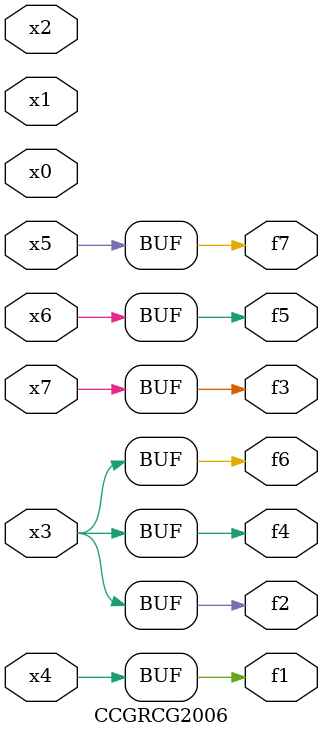
<source format=v>
module CCGRCG2006(
	input x0, x1, x2, x3, x4, x5, x6, x7,
	output f1, f2, f3, f4, f5, f6, f7
);
	assign f1 = x4;
	assign f2 = x3;
	assign f3 = x7;
	assign f4 = x3;
	assign f5 = x6;
	assign f6 = x3;
	assign f7 = x5;
endmodule

</source>
